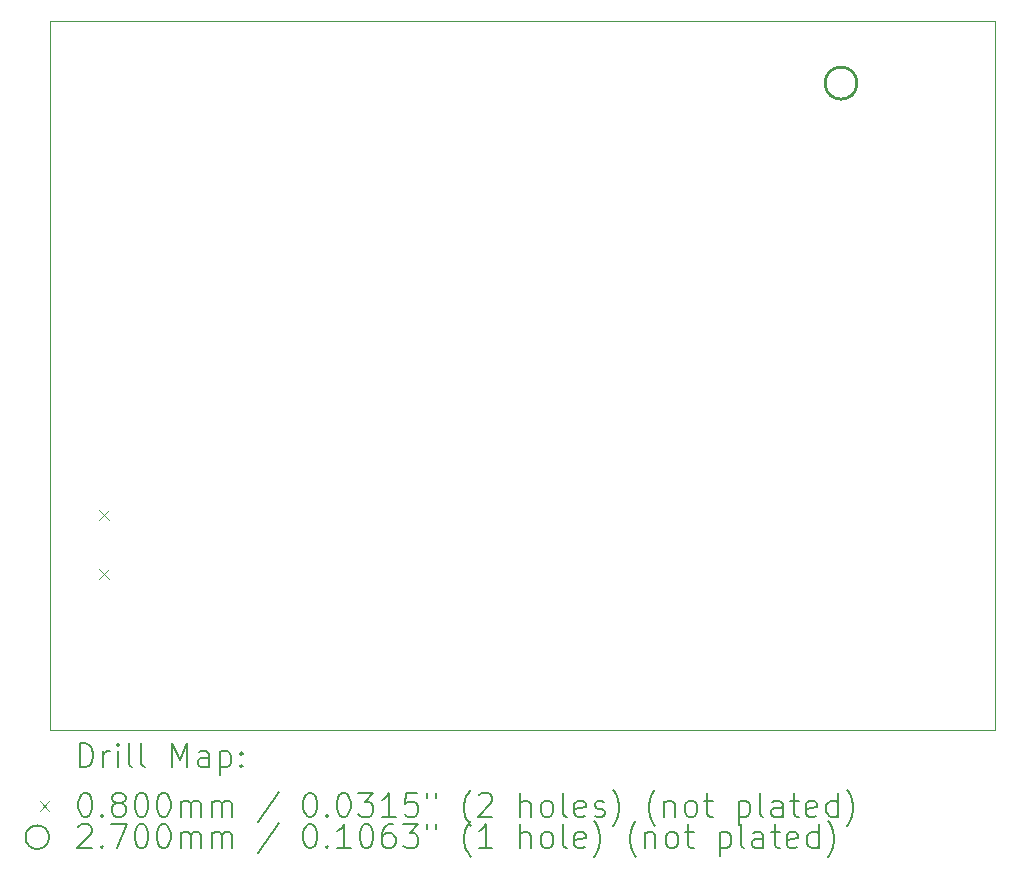
<source format=gbr>
%TF.GenerationSoftware,KiCad,Pcbnew,6.0.10+dfsg-2*%
%TF.CreationDate,2023-02-01T09:38:32-05:00*%
%TF.ProjectId,ParentsStove,50617265-6e74-4735-9374-6f76652e6b69,rev?*%
%TF.SameCoordinates,Original*%
%TF.FileFunction,Drillmap*%
%TF.FilePolarity,Positive*%
%FSLAX45Y45*%
G04 Gerber Fmt 4.5, Leading zero omitted, Abs format (unit mm)*
G04 Created by KiCad (PCBNEW 6.0.10+dfsg-2) date 2023-02-01 09:38:32*
%MOMM*%
%LPD*%
G01*
G04 APERTURE LIST*
%ADD10C,0.100000*%
%ADD11C,0.200000*%
%ADD12C,0.080000*%
%ADD13C,0.270000*%
G04 APERTURE END LIST*
D10*
X18500000Y-8000000D02*
X18500000Y-14000000D01*
X10500000Y-8000000D02*
X18500000Y-8000000D01*
X10500000Y-14000000D02*
X10500000Y-8000000D01*
X18500000Y-14000000D02*
X10500000Y-14000000D01*
D11*
D12*
X10920000Y-12142500D02*
X11000000Y-12222500D01*
X11000000Y-12142500D02*
X10920000Y-12222500D01*
X10920000Y-12642500D02*
X11000000Y-12722500D01*
X11000000Y-12642500D02*
X10920000Y-12722500D01*
D13*
X17335000Y-8525000D02*
G75*
G03*
X17335000Y-8525000I-135000J0D01*
G01*
D11*
X10752619Y-14315476D02*
X10752619Y-14115476D01*
X10800238Y-14115476D01*
X10828810Y-14125000D01*
X10847857Y-14144048D01*
X10857381Y-14163095D01*
X10866905Y-14201190D01*
X10866905Y-14229762D01*
X10857381Y-14267857D01*
X10847857Y-14286905D01*
X10828810Y-14305952D01*
X10800238Y-14315476D01*
X10752619Y-14315476D01*
X10952619Y-14315476D02*
X10952619Y-14182143D01*
X10952619Y-14220238D02*
X10962143Y-14201190D01*
X10971667Y-14191667D01*
X10990714Y-14182143D01*
X11009762Y-14182143D01*
X11076429Y-14315476D02*
X11076429Y-14182143D01*
X11076429Y-14115476D02*
X11066905Y-14125000D01*
X11076429Y-14134524D01*
X11085952Y-14125000D01*
X11076429Y-14115476D01*
X11076429Y-14134524D01*
X11200238Y-14315476D02*
X11181190Y-14305952D01*
X11171667Y-14286905D01*
X11171667Y-14115476D01*
X11305000Y-14315476D02*
X11285952Y-14305952D01*
X11276428Y-14286905D01*
X11276428Y-14115476D01*
X11533571Y-14315476D02*
X11533571Y-14115476D01*
X11600238Y-14258333D01*
X11666905Y-14115476D01*
X11666905Y-14315476D01*
X11847857Y-14315476D02*
X11847857Y-14210714D01*
X11838333Y-14191667D01*
X11819286Y-14182143D01*
X11781190Y-14182143D01*
X11762143Y-14191667D01*
X11847857Y-14305952D02*
X11828809Y-14315476D01*
X11781190Y-14315476D01*
X11762143Y-14305952D01*
X11752619Y-14286905D01*
X11752619Y-14267857D01*
X11762143Y-14248809D01*
X11781190Y-14239286D01*
X11828809Y-14239286D01*
X11847857Y-14229762D01*
X11943095Y-14182143D02*
X11943095Y-14382143D01*
X11943095Y-14191667D02*
X11962143Y-14182143D01*
X12000238Y-14182143D01*
X12019286Y-14191667D01*
X12028809Y-14201190D01*
X12038333Y-14220238D01*
X12038333Y-14277381D01*
X12028809Y-14296428D01*
X12019286Y-14305952D01*
X12000238Y-14315476D01*
X11962143Y-14315476D01*
X11943095Y-14305952D01*
X12124048Y-14296428D02*
X12133571Y-14305952D01*
X12124048Y-14315476D01*
X12114524Y-14305952D01*
X12124048Y-14296428D01*
X12124048Y-14315476D01*
X12124048Y-14191667D02*
X12133571Y-14201190D01*
X12124048Y-14210714D01*
X12114524Y-14201190D01*
X12124048Y-14191667D01*
X12124048Y-14210714D01*
D12*
X10415000Y-14605000D02*
X10495000Y-14685000D01*
X10495000Y-14605000D02*
X10415000Y-14685000D01*
D11*
X10790714Y-14535476D02*
X10809762Y-14535476D01*
X10828810Y-14545000D01*
X10838333Y-14554524D01*
X10847857Y-14573571D01*
X10857381Y-14611667D01*
X10857381Y-14659286D01*
X10847857Y-14697381D01*
X10838333Y-14716428D01*
X10828810Y-14725952D01*
X10809762Y-14735476D01*
X10790714Y-14735476D01*
X10771667Y-14725952D01*
X10762143Y-14716428D01*
X10752619Y-14697381D01*
X10743095Y-14659286D01*
X10743095Y-14611667D01*
X10752619Y-14573571D01*
X10762143Y-14554524D01*
X10771667Y-14545000D01*
X10790714Y-14535476D01*
X10943095Y-14716428D02*
X10952619Y-14725952D01*
X10943095Y-14735476D01*
X10933571Y-14725952D01*
X10943095Y-14716428D01*
X10943095Y-14735476D01*
X11066905Y-14621190D02*
X11047857Y-14611667D01*
X11038333Y-14602143D01*
X11028810Y-14583095D01*
X11028810Y-14573571D01*
X11038333Y-14554524D01*
X11047857Y-14545000D01*
X11066905Y-14535476D01*
X11105000Y-14535476D01*
X11124048Y-14545000D01*
X11133571Y-14554524D01*
X11143095Y-14573571D01*
X11143095Y-14583095D01*
X11133571Y-14602143D01*
X11124048Y-14611667D01*
X11105000Y-14621190D01*
X11066905Y-14621190D01*
X11047857Y-14630714D01*
X11038333Y-14640238D01*
X11028810Y-14659286D01*
X11028810Y-14697381D01*
X11038333Y-14716428D01*
X11047857Y-14725952D01*
X11066905Y-14735476D01*
X11105000Y-14735476D01*
X11124048Y-14725952D01*
X11133571Y-14716428D01*
X11143095Y-14697381D01*
X11143095Y-14659286D01*
X11133571Y-14640238D01*
X11124048Y-14630714D01*
X11105000Y-14621190D01*
X11266905Y-14535476D02*
X11285952Y-14535476D01*
X11305000Y-14545000D01*
X11314524Y-14554524D01*
X11324048Y-14573571D01*
X11333571Y-14611667D01*
X11333571Y-14659286D01*
X11324048Y-14697381D01*
X11314524Y-14716428D01*
X11305000Y-14725952D01*
X11285952Y-14735476D01*
X11266905Y-14735476D01*
X11247857Y-14725952D01*
X11238333Y-14716428D01*
X11228809Y-14697381D01*
X11219286Y-14659286D01*
X11219286Y-14611667D01*
X11228809Y-14573571D01*
X11238333Y-14554524D01*
X11247857Y-14545000D01*
X11266905Y-14535476D01*
X11457381Y-14535476D02*
X11476428Y-14535476D01*
X11495476Y-14545000D01*
X11505000Y-14554524D01*
X11514524Y-14573571D01*
X11524048Y-14611667D01*
X11524048Y-14659286D01*
X11514524Y-14697381D01*
X11505000Y-14716428D01*
X11495476Y-14725952D01*
X11476428Y-14735476D01*
X11457381Y-14735476D01*
X11438333Y-14725952D01*
X11428809Y-14716428D01*
X11419286Y-14697381D01*
X11409762Y-14659286D01*
X11409762Y-14611667D01*
X11419286Y-14573571D01*
X11428809Y-14554524D01*
X11438333Y-14545000D01*
X11457381Y-14535476D01*
X11609762Y-14735476D02*
X11609762Y-14602143D01*
X11609762Y-14621190D02*
X11619286Y-14611667D01*
X11638333Y-14602143D01*
X11666905Y-14602143D01*
X11685952Y-14611667D01*
X11695476Y-14630714D01*
X11695476Y-14735476D01*
X11695476Y-14630714D02*
X11705000Y-14611667D01*
X11724048Y-14602143D01*
X11752619Y-14602143D01*
X11771667Y-14611667D01*
X11781190Y-14630714D01*
X11781190Y-14735476D01*
X11876428Y-14735476D02*
X11876428Y-14602143D01*
X11876428Y-14621190D02*
X11885952Y-14611667D01*
X11905000Y-14602143D01*
X11933571Y-14602143D01*
X11952619Y-14611667D01*
X11962143Y-14630714D01*
X11962143Y-14735476D01*
X11962143Y-14630714D02*
X11971667Y-14611667D01*
X11990714Y-14602143D01*
X12019286Y-14602143D01*
X12038333Y-14611667D01*
X12047857Y-14630714D01*
X12047857Y-14735476D01*
X12438333Y-14525952D02*
X12266905Y-14783095D01*
X12695476Y-14535476D02*
X12714524Y-14535476D01*
X12733571Y-14545000D01*
X12743095Y-14554524D01*
X12752619Y-14573571D01*
X12762143Y-14611667D01*
X12762143Y-14659286D01*
X12752619Y-14697381D01*
X12743095Y-14716428D01*
X12733571Y-14725952D01*
X12714524Y-14735476D01*
X12695476Y-14735476D01*
X12676428Y-14725952D01*
X12666905Y-14716428D01*
X12657381Y-14697381D01*
X12647857Y-14659286D01*
X12647857Y-14611667D01*
X12657381Y-14573571D01*
X12666905Y-14554524D01*
X12676428Y-14545000D01*
X12695476Y-14535476D01*
X12847857Y-14716428D02*
X12857381Y-14725952D01*
X12847857Y-14735476D01*
X12838333Y-14725952D01*
X12847857Y-14716428D01*
X12847857Y-14735476D01*
X12981190Y-14535476D02*
X13000238Y-14535476D01*
X13019286Y-14545000D01*
X13028809Y-14554524D01*
X13038333Y-14573571D01*
X13047857Y-14611667D01*
X13047857Y-14659286D01*
X13038333Y-14697381D01*
X13028809Y-14716428D01*
X13019286Y-14725952D01*
X13000238Y-14735476D01*
X12981190Y-14735476D01*
X12962143Y-14725952D01*
X12952619Y-14716428D01*
X12943095Y-14697381D01*
X12933571Y-14659286D01*
X12933571Y-14611667D01*
X12943095Y-14573571D01*
X12952619Y-14554524D01*
X12962143Y-14545000D01*
X12981190Y-14535476D01*
X13114524Y-14535476D02*
X13238333Y-14535476D01*
X13171667Y-14611667D01*
X13200238Y-14611667D01*
X13219286Y-14621190D01*
X13228809Y-14630714D01*
X13238333Y-14649762D01*
X13238333Y-14697381D01*
X13228809Y-14716428D01*
X13219286Y-14725952D01*
X13200238Y-14735476D01*
X13143095Y-14735476D01*
X13124048Y-14725952D01*
X13114524Y-14716428D01*
X13428809Y-14735476D02*
X13314524Y-14735476D01*
X13371667Y-14735476D02*
X13371667Y-14535476D01*
X13352619Y-14564048D01*
X13333571Y-14583095D01*
X13314524Y-14592619D01*
X13609762Y-14535476D02*
X13514524Y-14535476D01*
X13505000Y-14630714D01*
X13514524Y-14621190D01*
X13533571Y-14611667D01*
X13581190Y-14611667D01*
X13600238Y-14621190D01*
X13609762Y-14630714D01*
X13619286Y-14649762D01*
X13619286Y-14697381D01*
X13609762Y-14716428D01*
X13600238Y-14725952D01*
X13581190Y-14735476D01*
X13533571Y-14735476D01*
X13514524Y-14725952D01*
X13505000Y-14716428D01*
X13695476Y-14535476D02*
X13695476Y-14573571D01*
X13771667Y-14535476D02*
X13771667Y-14573571D01*
X14066905Y-14811667D02*
X14057381Y-14802143D01*
X14038333Y-14773571D01*
X14028809Y-14754524D01*
X14019286Y-14725952D01*
X14009762Y-14678333D01*
X14009762Y-14640238D01*
X14019286Y-14592619D01*
X14028809Y-14564048D01*
X14038333Y-14545000D01*
X14057381Y-14516428D01*
X14066905Y-14506905D01*
X14133571Y-14554524D02*
X14143095Y-14545000D01*
X14162143Y-14535476D01*
X14209762Y-14535476D01*
X14228809Y-14545000D01*
X14238333Y-14554524D01*
X14247857Y-14573571D01*
X14247857Y-14592619D01*
X14238333Y-14621190D01*
X14124048Y-14735476D01*
X14247857Y-14735476D01*
X14485952Y-14735476D02*
X14485952Y-14535476D01*
X14571667Y-14735476D02*
X14571667Y-14630714D01*
X14562143Y-14611667D01*
X14543095Y-14602143D01*
X14514524Y-14602143D01*
X14495476Y-14611667D01*
X14485952Y-14621190D01*
X14695476Y-14735476D02*
X14676428Y-14725952D01*
X14666905Y-14716428D01*
X14657381Y-14697381D01*
X14657381Y-14640238D01*
X14666905Y-14621190D01*
X14676428Y-14611667D01*
X14695476Y-14602143D01*
X14724048Y-14602143D01*
X14743095Y-14611667D01*
X14752619Y-14621190D01*
X14762143Y-14640238D01*
X14762143Y-14697381D01*
X14752619Y-14716428D01*
X14743095Y-14725952D01*
X14724048Y-14735476D01*
X14695476Y-14735476D01*
X14876428Y-14735476D02*
X14857381Y-14725952D01*
X14847857Y-14706905D01*
X14847857Y-14535476D01*
X15028809Y-14725952D02*
X15009762Y-14735476D01*
X14971667Y-14735476D01*
X14952619Y-14725952D01*
X14943095Y-14706905D01*
X14943095Y-14630714D01*
X14952619Y-14611667D01*
X14971667Y-14602143D01*
X15009762Y-14602143D01*
X15028809Y-14611667D01*
X15038333Y-14630714D01*
X15038333Y-14649762D01*
X14943095Y-14668809D01*
X15114524Y-14725952D02*
X15133571Y-14735476D01*
X15171667Y-14735476D01*
X15190714Y-14725952D01*
X15200238Y-14706905D01*
X15200238Y-14697381D01*
X15190714Y-14678333D01*
X15171667Y-14668809D01*
X15143095Y-14668809D01*
X15124048Y-14659286D01*
X15114524Y-14640238D01*
X15114524Y-14630714D01*
X15124048Y-14611667D01*
X15143095Y-14602143D01*
X15171667Y-14602143D01*
X15190714Y-14611667D01*
X15266905Y-14811667D02*
X15276428Y-14802143D01*
X15295476Y-14773571D01*
X15305000Y-14754524D01*
X15314524Y-14725952D01*
X15324048Y-14678333D01*
X15324048Y-14640238D01*
X15314524Y-14592619D01*
X15305000Y-14564048D01*
X15295476Y-14545000D01*
X15276428Y-14516428D01*
X15266905Y-14506905D01*
X15628809Y-14811667D02*
X15619286Y-14802143D01*
X15600238Y-14773571D01*
X15590714Y-14754524D01*
X15581190Y-14725952D01*
X15571667Y-14678333D01*
X15571667Y-14640238D01*
X15581190Y-14592619D01*
X15590714Y-14564048D01*
X15600238Y-14545000D01*
X15619286Y-14516428D01*
X15628809Y-14506905D01*
X15705000Y-14602143D02*
X15705000Y-14735476D01*
X15705000Y-14621190D02*
X15714524Y-14611667D01*
X15733571Y-14602143D01*
X15762143Y-14602143D01*
X15781190Y-14611667D01*
X15790714Y-14630714D01*
X15790714Y-14735476D01*
X15914524Y-14735476D02*
X15895476Y-14725952D01*
X15885952Y-14716428D01*
X15876428Y-14697381D01*
X15876428Y-14640238D01*
X15885952Y-14621190D01*
X15895476Y-14611667D01*
X15914524Y-14602143D01*
X15943095Y-14602143D01*
X15962143Y-14611667D01*
X15971667Y-14621190D01*
X15981190Y-14640238D01*
X15981190Y-14697381D01*
X15971667Y-14716428D01*
X15962143Y-14725952D01*
X15943095Y-14735476D01*
X15914524Y-14735476D01*
X16038333Y-14602143D02*
X16114524Y-14602143D01*
X16066905Y-14535476D02*
X16066905Y-14706905D01*
X16076428Y-14725952D01*
X16095476Y-14735476D01*
X16114524Y-14735476D01*
X16333571Y-14602143D02*
X16333571Y-14802143D01*
X16333571Y-14611667D02*
X16352619Y-14602143D01*
X16390714Y-14602143D01*
X16409762Y-14611667D01*
X16419286Y-14621190D01*
X16428809Y-14640238D01*
X16428809Y-14697381D01*
X16419286Y-14716428D01*
X16409762Y-14725952D01*
X16390714Y-14735476D01*
X16352619Y-14735476D01*
X16333571Y-14725952D01*
X16543095Y-14735476D02*
X16524048Y-14725952D01*
X16514524Y-14706905D01*
X16514524Y-14535476D01*
X16705000Y-14735476D02*
X16705000Y-14630714D01*
X16695476Y-14611667D01*
X16676428Y-14602143D01*
X16638333Y-14602143D01*
X16619286Y-14611667D01*
X16705000Y-14725952D02*
X16685952Y-14735476D01*
X16638333Y-14735476D01*
X16619286Y-14725952D01*
X16609762Y-14706905D01*
X16609762Y-14687857D01*
X16619286Y-14668809D01*
X16638333Y-14659286D01*
X16685952Y-14659286D01*
X16705000Y-14649762D01*
X16771667Y-14602143D02*
X16847857Y-14602143D01*
X16800238Y-14535476D02*
X16800238Y-14706905D01*
X16809762Y-14725952D01*
X16828810Y-14735476D01*
X16847857Y-14735476D01*
X16990714Y-14725952D02*
X16971667Y-14735476D01*
X16933571Y-14735476D01*
X16914524Y-14725952D01*
X16905000Y-14706905D01*
X16905000Y-14630714D01*
X16914524Y-14611667D01*
X16933571Y-14602143D01*
X16971667Y-14602143D01*
X16990714Y-14611667D01*
X17000238Y-14630714D01*
X17000238Y-14649762D01*
X16905000Y-14668809D01*
X17171667Y-14735476D02*
X17171667Y-14535476D01*
X17171667Y-14725952D02*
X17152619Y-14735476D01*
X17114524Y-14735476D01*
X17095476Y-14725952D01*
X17085952Y-14716428D01*
X17076429Y-14697381D01*
X17076429Y-14640238D01*
X17085952Y-14621190D01*
X17095476Y-14611667D01*
X17114524Y-14602143D01*
X17152619Y-14602143D01*
X17171667Y-14611667D01*
X17247857Y-14811667D02*
X17257381Y-14802143D01*
X17276429Y-14773571D01*
X17285952Y-14754524D01*
X17295476Y-14725952D01*
X17305000Y-14678333D01*
X17305000Y-14640238D01*
X17295476Y-14592619D01*
X17285952Y-14564048D01*
X17276429Y-14545000D01*
X17257381Y-14516428D01*
X17247857Y-14506905D01*
X10495000Y-14909000D02*
G75*
G03*
X10495000Y-14909000I-100000J0D01*
G01*
X10743095Y-14818524D02*
X10752619Y-14809000D01*
X10771667Y-14799476D01*
X10819286Y-14799476D01*
X10838333Y-14809000D01*
X10847857Y-14818524D01*
X10857381Y-14837571D01*
X10857381Y-14856619D01*
X10847857Y-14885190D01*
X10733571Y-14999476D01*
X10857381Y-14999476D01*
X10943095Y-14980428D02*
X10952619Y-14989952D01*
X10943095Y-14999476D01*
X10933571Y-14989952D01*
X10943095Y-14980428D01*
X10943095Y-14999476D01*
X11019286Y-14799476D02*
X11152619Y-14799476D01*
X11066905Y-14999476D01*
X11266905Y-14799476D02*
X11285952Y-14799476D01*
X11305000Y-14809000D01*
X11314524Y-14818524D01*
X11324048Y-14837571D01*
X11333571Y-14875667D01*
X11333571Y-14923286D01*
X11324048Y-14961381D01*
X11314524Y-14980428D01*
X11305000Y-14989952D01*
X11285952Y-14999476D01*
X11266905Y-14999476D01*
X11247857Y-14989952D01*
X11238333Y-14980428D01*
X11228809Y-14961381D01*
X11219286Y-14923286D01*
X11219286Y-14875667D01*
X11228809Y-14837571D01*
X11238333Y-14818524D01*
X11247857Y-14809000D01*
X11266905Y-14799476D01*
X11457381Y-14799476D02*
X11476428Y-14799476D01*
X11495476Y-14809000D01*
X11505000Y-14818524D01*
X11514524Y-14837571D01*
X11524048Y-14875667D01*
X11524048Y-14923286D01*
X11514524Y-14961381D01*
X11505000Y-14980428D01*
X11495476Y-14989952D01*
X11476428Y-14999476D01*
X11457381Y-14999476D01*
X11438333Y-14989952D01*
X11428809Y-14980428D01*
X11419286Y-14961381D01*
X11409762Y-14923286D01*
X11409762Y-14875667D01*
X11419286Y-14837571D01*
X11428809Y-14818524D01*
X11438333Y-14809000D01*
X11457381Y-14799476D01*
X11609762Y-14999476D02*
X11609762Y-14866143D01*
X11609762Y-14885190D02*
X11619286Y-14875667D01*
X11638333Y-14866143D01*
X11666905Y-14866143D01*
X11685952Y-14875667D01*
X11695476Y-14894714D01*
X11695476Y-14999476D01*
X11695476Y-14894714D02*
X11705000Y-14875667D01*
X11724048Y-14866143D01*
X11752619Y-14866143D01*
X11771667Y-14875667D01*
X11781190Y-14894714D01*
X11781190Y-14999476D01*
X11876428Y-14999476D02*
X11876428Y-14866143D01*
X11876428Y-14885190D02*
X11885952Y-14875667D01*
X11905000Y-14866143D01*
X11933571Y-14866143D01*
X11952619Y-14875667D01*
X11962143Y-14894714D01*
X11962143Y-14999476D01*
X11962143Y-14894714D02*
X11971667Y-14875667D01*
X11990714Y-14866143D01*
X12019286Y-14866143D01*
X12038333Y-14875667D01*
X12047857Y-14894714D01*
X12047857Y-14999476D01*
X12438333Y-14789952D02*
X12266905Y-15047095D01*
X12695476Y-14799476D02*
X12714524Y-14799476D01*
X12733571Y-14809000D01*
X12743095Y-14818524D01*
X12752619Y-14837571D01*
X12762143Y-14875667D01*
X12762143Y-14923286D01*
X12752619Y-14961381D01*
X12743095Y-14980428D01*
X12733571Y-14989952D01*
X12714524Y-14999476D01*
X12695476Y-14999476D01*
X12676428Y-14989952D01*
X12666905Y-14980428D01*
X12657381Y-14961381D01*
X12647857Y-14923286D01*
X12647857Y-14875667D01*
X12657381Y-14837571D01*
X12666905Y-14818524D01*
X12676428Y-14809000D01*
X12695476Y-14799476D01*
X12847857Y-14980428D02*
X12857381Y-14989952D01*
X12847857Y-14999476D01*
X12838333Y-14989952D01*
X12847857Y-14980428D01*
X12847857Y-14999476D01*
X13047857Y-14999476D02*
X12933571Y-14999476D01*
X12990714Y-14999476D02*
X12990714Y-14799476D01*
X12971667Y-14828048D01*
X12952619Y-14847095D01*
X12933571Y-14856619D01*
X13171667Y-14799476D02*
X13190714Y-14799476D01*
X13209762Y-14809000D01*
X13219286Y-14818524D01*
X13228809Y-14837571D01*
X13238333Y-14875667D01*
X13238333Y-14923286D01*
X13228809Y-14961381D01*
X13219286Y-14980428D01*
X13209762Y-14989952D01*
X13190714Y-14999476D01*
X13171667Y-14999476D01*
X13152619Y-14989952D01*
X13143095Y-14980428D01*
X13133571Y-14961381D01*
X13124048Y-14923286D01*
X13124048Y-14875667D01*
X13133571Y-14837571D01*
X13143095Y-14818524D01*
X13152619Y-14809000D01*
X13171667Y-14799476D01*
X13409762Y-14799476D02*
X13371667Y-14799476D01*
X13352619Y-14809000D01*
X13343095Y-14818524D01*
X13324048Y-14847095D01*
X13314524Y-14885190D01*
X13314524Y-14961381D01*
X13324048Y-14980428D01*
X13333571Y-14989952D01*
X13352619Y-14999476D01*
X13390714Y-14999476D01*
X13409762Y-14989952D01*
X13419286Y-14980428D01*
X13428809Y-14961381D01*
X13428809Y-14913762D01*
X13419286Y-14894714D01*
X13409762Y-14885190D01*
X13390714Y-14875667D01*
X13352619Y-14875667D01*
X13333571Y-14885190D01*
X13324048Y-14894714D01*
X13314524Y-14913762D01*
X13495476Y-14799476D02*
X13619286Y-14799476D01*
X13552619Y-14875667D01*
X13581190Y-14875667D01*
X13600238Y-14885190D01*
X13609762Y-14894714D01*
X13619286Y-14913762D01*
X13619286Y-14961381D01*
X13609762Y-14980428D01*
X13600238Y-14989952D01*
X13581190Y-14999476D01*
X13524048Y-14999476D01*
X13505000Y-14989952D01*
X13495476Y-14980428D01*
X13695476Y-14799476D02*
X13695476Y-14837571D01*
X13771667Y-14799476D02*
X13771667Y-14837571D01*
X14066905Y-15075667D02*
X14057381Y-15066143D01*
X14038333Y-15037571D01*
X14028809Y-15018524D01*
X14019286Y-14989952D01*
X14009762Y-14942333D01*
X14009762Y-14904238D01*
X14019286Y-14856619D01*
X14028809Y-14828048D01*
X14038333Y-14809000D01*
X14057381Y-14780428D01*
X14066905Y-14770905D01*
X14247857Y-14999476D02*
X14133571Y-14999476D01*
X14190714Y-14999476D02*
X14190714Y-14799476D01*
X14171667Y-14828048D01*
X14152619Y-14847095D01*
X14133571Y-14856619D01*
X14485952Y-14999476D02*
X14485952Y-14799476D01*
X14571667Y-14999476D02*
X14571667Y-14894714D01*
X14562143Y-14875667D01*
X14543095Y-14866143D01*
X14514524Y-14866143D01*
X14495476Y-14875667D01*
X14485952Y-14885190D01*
X14695476Y-14999476D02*
X14676428Y-14989952D01*
X14666905Y-14980428D01*
X14657381Y-14961381D01*
X14657381Y-14904238D01*
X14666905Y-14885190D01*
X14676428Y-14875667D01*
X14695476Y-14866143D01*
X14724048Y-14866143D01*
X14743095Y-14875667D01*
X14752619Y-14885190D01*
X14762143Y-14904238D01*
X14762143Y-14961381D01*
X14752619Y-14980428D01*
X14743095Y-14989952D01*
X14724048Y-14999476D01*
X14695476Y-14999476D01*
X14876428Y-14999476D02*
X14857381Y-14989952D01*
X14847857Y-14970905D01*
X14847857Y-14799476D01*
X15028809Y-14989952D02*
X15009762Y-14999476D01*
X14971667Y-14999476D01*
X14952619Y-14989952D01*
X14943095Y-14970905D01*
X14943095Y-14894714D01*
X14952619Y-14875667D01*
X14971667Y-14866143D01*
X15009762Y-14866143D01*
X15028809Y-14875667D01*
X15038333Y-14894714D01*
X15038333Y-14913762D01*
X14943095Y-14932809D01*
X15105000Y-15075667D02*
X15114524Y-15066143D01*
X15133571Y-15037571D01*
X15143095Y-15018524D01*
X15152619Y-14989952D01*
X15162143Y-14942333D01*
X15162143Y-14904238D01*
X15152619Y-14856619D01*
X15143095Y-14828048D01*
X15133571Y-14809000D01*
X15114524Y-14780428D01*
X15105000Y-14770905D01*
X15466905Y-15075667D02*
X15457381Y-15066143D01*
X15438333Y-15037571D01*
X15428809Y-15018524D01*
X15419286Y-14989952D01*
X15409762Y-14942333D01*
X15409762Y-14904238D01*
X15419286Y-14856619D01*
X15428809Y-14828048D01*
X15438333Y-14809000D01*
X15457381Y-14780428D01*
X15466905Y-14770905D01*
X15543095Y-14866143D02*
X15543095Y-14999476D01*
X15543095Y-14885190D02*
X15552619Y-14875667D01*
X15571667Y-14866143D01*
X15600238Y-14866143D01*
X15619286Y-14875667D01*
X15628809Y-14894714D01*
X15628809Y-14999476D01*
X15752619Y-14999476D02*
X15733571Y-14989952D01*
X15724048Y-14980428D01*
X15714524Y-14961381D01*
X15714524Y-14904238D01*
X15724048Y-14885190D01*
X15733571Y-14875667D01*
X15752619Y-14866143D01*
X15781190Y-14866143D01*
X15800238Y-14875667D01*
X15809762Y-14885190D01*
X15819286Y-14904238D01*
X15819286Y-14961381D01*
X15809762Y-14980428D01*
X15800238Y-14989952D01*
X15781190Y-14999476D01*
X15752619Y-14999476D01*
X15876428Y-14866143D02*
X15952619Y-14866143D01*
X15905000Y-14799476D02*
X15905000Y-14970905D01*
X15914524Y-14989952D01*
X15933571Y-14999476D01*
X15952619Y-14999476D01*
X16171667Y-14866143D02*
X16171667Y-15066143D01*
X16171667Y-14875667D02*
X16190714Y-14866143D01*
X16228809Y-14866143D01*
X16247857Y-14875667D01*
X16257381Y-14885190D01*
X16266905Y-14904238D01*
X16266905Y-14961381D01*
X16257381Y-14980428D01*
X16247857Y-14989952D01*
X16228809Y-14999476D01*
X16190714Y-14999476D01*
X16171667Y-14989952D01*
X16381190Y-14999476D02*
X16362143Y-14989952D01*
X16352619Y-14970905D01*
X16352619Y-14799476D01*
X16543095Y-14999476D02*
X16543095Y-14894714D01*
X16533571Y-14875667D01*
X16514524Y-14866143D01*
X16476428Y-14866143D01*
X16457381Y-14875667D01*
X16543095Y-14989952D02*
X16524048Y-14999476D01*
X16476428Y-14999476D01*
X16457381Y-14989952D01*
X16447857Y-14970905D01*
X16447857Y-14951857D01*
X16457381Y-14932809D01*
X16476428Y-14923286D01*
X16524048Y-14923286D01*
X16543095Y-14913762D01*
X16609762Y-14866143D02*
X16685952Y-14866143D01*
X16638333Y-14799476D02*
X16638333Y-14970905D01*
X16647857Y-14989952D01*
X16666905Y-14999476D01*
X16685952Y-14999476D01*
X16828810Y-14989952D02*
X16809762Y-14999476D01*
X16771667Y-14999476D01*
X16752619Y-14989952D01*
X16743095Y-14970905D01*
X16743095Y-14894714D01*
X16752619Y-14875667D01*
X16771667Y-14866143D01*
X16809762Y-14866143D01*
X16828810Y-14875667D01*
X16838333Y-14894714D01*
X16838333Y-14913762D01*
X16743095Y-14932809D01*
X17009762Y-14999476D02*
X17009762Y-14799476D01*
X17009762Y-14989952D02*
X16990714Y-14999476D01*
X16952619Y-14999476D01*
X16933571Y-14989952D01*
X16924048Y-14980428D01*
X16914524Y-14961381D01*
X16914524Y-14904238D01*
X16924048Y-14885190D01*
X16933571Y-14875667D01*
X16952619Y-14866143D01*
X16990714Y-14866143D01*
X17009762Y-14875667D01*
X17085952Y-15075667D02*
X17095476Y-15066143D01*
X17114524Y-15037571D01*
X17124048Y-15018524D01*
X17133571Y-14989952D01*
X17143095Y-14942333D01*
X17143095Y-14904238D01*
X17133571Y-14856619D01*
X17124048Y-14828048D01*
X17114524Y-14809000D01*
X17095476Y-14780428D01*
X17085952Y-14770905D01*
M02*

</source>
